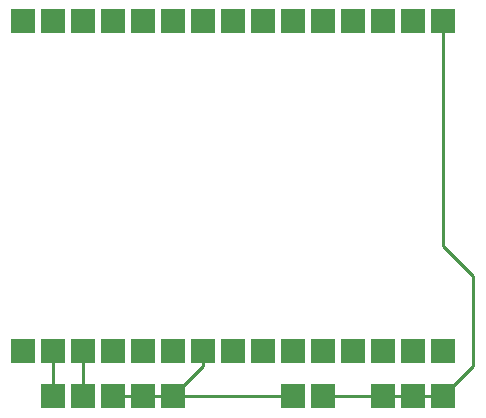
<source format=gbr>
%TF.GenerationSoftware,KiCad,Pcbnew,(6.0.5)*%
%TF.CreationDate,2022-07-17T18:14:08+01:00*%
%TF.ProjectId,wheelchairPCB,77686565-6c63-4686-9169-725043422e6b,rev?*%
%TF.SameCoordinates,Original*%
%TF.FileFunction,Copper,L2,Bot*%
%TF.FilePolarity,Positive*%
%FSLAX46Y46*%
G04 Gerber Fmt 4.6, Leading zero omitted, Abs format (unit mm)*
G04 Created by KiCad (PCBNEW (6.0.5)) date 2022-07-17 18:14:08*
%MOMM*%
%LPD*%
G01*
G04 APERTURE LIST*
%TA.AperFunction,ComponentPad*%
%ADD10R,2.000000X2.000000*%
%TD*%
%TA.AperFunction,Conductor*%
%ADD11C,0.250000*%
%TD*%
G04 APERTURE END LIST*
D10*
%TO.P,J1,1,Pin_1*%
%TO.N,Net-(J1-Pad1)*%
X172720000Y-81280000D03*
%TO.P,J1,2,Pin_2*%
%TO.N,Net-(J1-Pad2)*%
X175260000Y-81280000D03*
%TD*%
%TO.P,J2,1,Pin_1*%
%TO.N,Net-(J1-Pad2)*%
X180340000Y-81280000D03*
%TO.P,J2,2,Pin_2*%
X182880000Y-81280000D03*
%TO.P,J2,3,Pin_3*%
X185420000Y-81280000D03*
%TD*%
%TO.P,J3,1,Pin_1*%
%TO.N,Net-(J1-Pad1)*%
X162560000Y-81280000D03*
%TO.P,J3,2,Pin_2*%
X160020000Y-81280000D03*
%TO.P,J3,3,Pin_3*%
X157480000Y-81280000D03*
%TO.P,J3,4,Pin_4*%
%TO.N,Net-(J3-Pad4)*%
X154940000Y-81280000D03*
%TO.P,J3,5,Pin_5*%
%TO.N,Net-(J3-Pad5)*%
X152400000Y-81280000D03*
%TD*%
%TO.P,U1,1,A0*%
%TO.N,unconnected-(U1-Pad1)*%
X149860000Y-49530000D03*
%TO.P,U1,2,GND*%
%TO.N,unconnected-(U1-Pad2)*%
X152400000Y-49530000D03*
%TO.P,U1,3,VU*%
%TO.N,unconnected-(U1-Pad3)*%
X154940000Y-49530000D03*
%TO.P,U1,4,S3*%
%TO.N,unconnected-(U1-Pad4)*%
X157480000Y-49530000D03*
%TO.P,U1,5,S2*%
%TO.N,unconnected-(U1-Pad5)*%
X160020000Y-49530000D03*
%TO.P,U1,6,S1*%
%TO.N,unconnected-(U1-Pad6)*%
X162560000Y-49530000D03*
%TO.P,U1,7,SC*%
%TO.N,unconnected-(U1-Pad7)*%
X165100000Y-49530000D03*
%TO.P,U1,8,S0*%
%TO.N,unconnected-(U1-Pad8)*%
X167640000Y-49530000D03*
%TO.P,U1,9,SK*%
%TO.N,unconnected-(U1-Pad9)*%
X170180000Y-49530000D03*
%TO.P,U1,10,GND*%
%TO.N,unconnected-(U1-Pad10)*%
X172720000Y-49530000D03*
%TO.P,U1,11,3V3*%
%TO.N,unconnected-(U1-Pad11)*%
X175260000Y-49530000D03*
%TO.P,U1,12,EN*%
%TO.N,unconnected-(U1-Pad12)*%
X177800000Y-49530000D03*
%TO.P,U1,13,RST*%
%TO.N,unconnected-(U1-Pad13)*%
X180340000Y-49530000D03*
%TO.P,U1,14,GND*%
%TO.N,unconnected-(U1-Pad14)*%
X182880000Y-49530000D03*
%TO.P,U1,15,VIN*%
%TO.N,Net-(J1-Pad2)*%
X185420000Y-49530000D03*
%TO.P,U1,16,3V3*%
%TO.N,unconnected-(U1-Pad16)*%
X185420000Y-77470000D03*
%TO.P,U1,17,GND*%
%TO.N,unconnected-(U1-Pad17)*%
X182880000Y-77470000D03*
%TO.P,U1,18,TX*%
%TO.N,unconnected-(U1-Pad18)*%
X180340000Y-77470000D03*
%TO.P,U1,19,RX*%
%TO.N,unconnected-(U1-Pad19)*%
X177800000Y-77470000D03*
%TO.P,U1,20,D8*%
%TO.N,unconnected-(U1-Pad20)*%
X175260000Y-77470000D03*
%TO.P,U1,21,D7*%
%TO.N,unconnected-(U1-Pad21)*%
X172720000Y-77470000D03*
%TO.P,U1,22,D6*%
%TO.N,unconnected-(U1-Pad22)*%
X170180000Y-77470000D03*
%TO.P,U1,23,D5*%
%TO.N,unconnected-(U1-Pad23)*%
X167640000Y-77470000D03*
%TO.P,U1,24,GND*%
%TO.N,Net-(J1-Pad1)*%
X165100000Y-77470000D03*
%TO.P,U1,25,3V3*%
%TO.N,unconnected-(U1-Pad25)*%
X162560000Y-77470000D03*
%TO.P,U1,26,D4*%
%TO.N,unconnected-(U1-Pad26)*%
X160020000Y-77470000D03*
%TO.P,U1,27,D3*%
%TO.N,unconnected-(U1-Pad27)*%
X157480000Y-77470000D03*
%TO.P,U1,28,D2*%
%TO.N,Net-(J3-Pad4)*%
X154940000Y-77470000D03*
%TO.P,U1,29,D1*%
%TO.N,Net-(J3-Pad5)*%
X152400000Y-77470000D03*
%TO.P,U1,30,D0*%
%TO.N,unconnected-(U1-Pad30)*%
X149860000Y-77470000D03*
%TD*%
D11*
%TO.N,Net-(J1-Pad1)*%
X160020000Y-81280000D02*
X162560000Y-81280000D01*
X157480000Y-81280000D02*
X160020000Y-81280000D01*
X172720000Y-81280000D02*
X162560000Y-81280000D01*
X165100000Y-77470000D02*
X165100000Y-78740000D01*
X165100000Y-78740000D02*
X162560000Y-81280000D01*
%TO.N,Net-(J1-Pad2)*%
X175260000Y-81280000D02*
X180340000Y-81280000D01*
X187960000Y-78740000D02*
X185420000Y-81280000D01*
X185420000Y-68580000D02*
X187960000Y-71120000D01*
X185420000Y-49530000D02*
X185420000Y-68580000D01*
X187960000Y-71120000D02*
X187960000Y-78740000D01*
X180340000Y-81280000D02*
X182880000Y-81280000D01*
X182880000Y-81280000D02*
X185420000Y-81280000D01*
%TO.N,Net-(J3-Pad4)*%
X154940000Y-81280000D02*
X154940000Y-77470000D01*
%TO.N,Net-(J3-Pad5)*%
X152400000Y-81280000D02*
X152400000Y-77470000D01*
%TD*%
M02*

</source>
